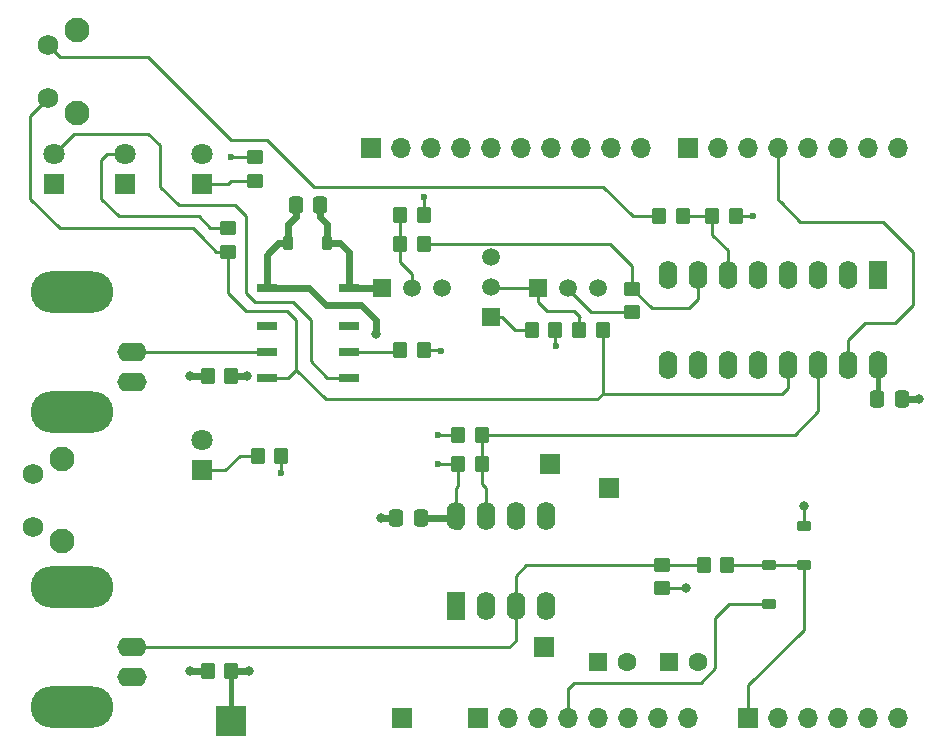
<source format=gbr>
%TF.GenerationSoftware,KiCad,Pcbnew,7.0.2*%
%TF.CreationDate,2023-10-12T23:28:15+02:00*%
%TF.ProjectId,pulse_generator_v2,70756c73-655f-4676-956e-657261746f72,rev?*%
%TF.SameCoordinates,Original*%
%TF.FileFunction,Copper,L1,Top*%
%TF.FilePolarity,Positive*%
%FSLAX46Y46*%
G04 Gerber Fmt 4.6, Leading zero omitted, Abs format (unit mm)*
G04 Created by KiCad (PCBNEW 7.0.2) date 2023-10-12 23:28:15*
%MOMM*%
%LPD*%
G01*
G04 APERTURE LIST*
G04 Aperture macros list*
%AMRoundRect*
0 Rectangle with rounded corners*
0 $1 Rounding radius*
0 $2 $3 $4 $5 $6 $7 $8 $9 X,Y pos of 4 corners*
0 Add a 4 corners polygon primitive as box body*
4,1,4,$2,$3,$4,$5,$6,$7,$8,$9,$2,$3,0*
0 Add four circle primitives for the rounded corners*
1,1,$1+$1,$2,$3*
1,1,$1+$1,$4,$5*
1,1,$1+$1,$6,$7*
1,1,$1+$1,$8,$9*
0 Add four rect primitives between the rounded corners*
20,1,$1+$1,$2,$3,$4,$5,0*
20,1,$1+$1,$4,$5,$6,$7,0*
20,1,$1+$1,$6,$7,$8,$9,0*
20,1,$1+$1,$8,$9,$2,$3,0*%
G04 Aperture macros list end*
%TA.AperFunction,SMDPad,CuDef*%
%ADD10R,2.500000X2.500000*%
%TD*%
%TA.AperFunction,SMDPad,CuDef*%
%ADD11RoundRect,0.250000X0.350000X0.450000X-0.350000X0.450000X-0.350000X-0.450000X0.350000X-0.450000X0*%
%TD*%
%TA.AperFunction,SMDPad,CuDef*%
%ADD12RoundRect,0.225000X0.375000X-0.225000X0.375000X0.225000X-0.375000X0.225000X-0.375000X-0.225000X0*%
%TD*%
%TA.AperFunction,ComponentPad*%
%ADD13R,1.700000X1.700000*%
%TD*%
%TA.AperFunction,ComponentPad*%
%ADD14C,2.100000*%
%TD*%
%TA.AperFunction,ComponentPad*%
%ADD15C,1.750000*%
%TD*%
%TA.AperFunction,ComponentPad*%
%ADD16R,1.800000X1.800000*%
%TD*%
%TA.AperFunction,ComponentPad*%
%ADD17C,1.800000*%
%TD*%
%TA.AperFunction,SMDPad,CuDef*%
%ADD18RoundRect,0.250000X-0.350000X-0.450000X0.350000X-0.450000X0.350000X0.450000X-0.350000X0.450000X0*%
%TD*%
%TA.AperFunction,ComponentPad*%
%ADD19O,2.500000X1.600000*%
%TD*%
%TA.AperFunction,ComponentPad*%
%ADD20O,7.000000X3.500000*%
%TD*%
%TA.AperFunction,SMDPad,CuDef*%
%ADD21R,1.800000X0.800000*%
%TD*%
%TA.AperFunction,SMDPad,CuDef*%
%ADD22RoundRect,0.250000X0.450000X-0.350000X0.450000X0.350000X-0.450000X0.350000X-0.450000X-0.350000X0*%
%TD*%
%TA.AperFunction,SMDPad,CuDef*%
%ADD23RoundRect,0.225000X-0.225000X-0.375000X0.225000X-0.375000X0.225000X0.375000X-0.225000X0.375000X0*%
%TD*%
%TA.AperFunction,ComponentPad*%
%ADD24R,1.600000X1.600000*%
%TD*%
%TA.AperFunction,ComponentPad*%
%ADD25C,1.600000*%
%TD*%
%TA.AperFunction,ComponentPad*%
%ADD26R,1.600000X2.400000*%
%TD*%
%TA.AperFunction,ComponentPad*%
%ADD27O,1.600000X2.400000*%
%TD*%
%TA.AperFunction,SMDPad,CuDef*%
%ADD28RoundRect,0.250000X0.337500X0.475000X-0.337500X0.475000X-0.337500X-0.475000X0.337500X-0.475000X0*%
%TD*%
%TA.AperFunction,SMDPad,CuDef*%
%ADD29RoundRect,0.250000X-0.337500X-0.475000X0.337500X-0.475000X0.337500X0.475000X-0.337500X0.475000X0*%
%TD*%
%TA.AperFunction,ComponentPad*%
%ADD30R,1.500000X1.500000*%
%TD*%
%TA.AperFunction,ComponentPad*%
%ADD31C,1.500000*%
%TD*%
%TA.AperFunction,SMDPad,CuDef*%
%ADD32RoundRect,0.250000X-0.450000X0.350000X-0.450000X-0.350000X0.450000X-0.350000X0.450000X0.350000X0*%
%TD*%
%TA.AperFunction,ComponentPad*%
%ADD33O,1.700000X1.700000*%
%TD*%
%TA.AperFunction,ViaPad*%
%ADD34C,0.600000*%
%TD*%
%TA.AperFunction,ViaPad*%
%ADD35C,0.800000*%
%TD*%
%TA.AperFunction,Conductor*%
%ADD36C,0.400000*%
%TD*%
%TA.AperFunction,Conductor*%
%ADD37C,0.250000*%
%TD*%
%TA.AperFunction,Conductor*%
%ADD38C,0.600000*%
%TD*%
G04 APERTURE END LIST*
D10*
%TO.P,TP5,1,1*%
%TO.N,GND*%
X107000000Y-97750000D03*
%TD*%
D11*
%TO.P,R14,1*%
%TO.N,Net-(U3B-2~{S})*%
X145240000Y-55000000D03*
%TO.P,R14,2*%
%TO.N,Net-(R14-Pad2)*%
X143240000Y-55000000D03*
%TD*%
D12*
%TO.P,D1,1,K*%
%TO.N,+3V3*%
X152500000Y-87850000D03*
%TO.P,D1,2,A*%
%TO.N,/A0*%
X152500000Y-84550000D03*
%TD*%
D13*
%TO.P,TP2,1,1*%
%TO.N,/A2*%
X133500000Y-91500000D03*
%TD*%
D14*
%TO.P,SW1,*%
%TO.N,*%
X92702500Y-82525000D03*
X92702500Y-75515000D03*
D15*
%TO.P,SW1,1,1*%
%TO.N,GND*%
X90212500Y-81275000D03*
%TO.P,SW1,2,2*%
%TO.N,/~{RESET}*%
X90212500Y-76775000D03*
%TD*%
D16*
%TO.P,D6,1,K*%
%TO.N,GND*%
X92000000Y-52275000D03*
D17*
%TO.P,D6,2,A*%
%TO.N,Net-(D6-A)*%
X92000000Y-49735000D03*
%TD*%
D16*
%TO.P,D3,1,K*%
%TO.N,GND*%
X98000000Y-52300000D03*
D17*
%TO.P,D3,2,A*%
%TO.N,Net-(D3-A)*%
X98000000Y-49760000D03*
%TD*%
D18*
%TO.P,R11,1*%
%TO.N,Net-(Q1-B)*%
X121300000Y-54850000D03*
%TO.P,R11,2*%
%TO.N,GND*%
X123300000Y-54850000D03*
%TD*%
%TO.P,R7,1*%
%TO.N,Net-(D4-K)*%
X109250000Y-75250000D03*
%TO.P,R7,2*%
%TO.N,GND*%
X111250000Y-75250000D03*
%TD*%
D12*
%TO.P,D2,1,K*%
%TO.N,/A0*%
X155500000Y-84500000D03*
%TO.P,D2,2,A*%
%TO.N,GND*%
X155500000Y-81200000D03*
%TD*%
D19*
%TO.P,J5,1,In*%
%TO.N,Net-(J5-In)*%
X98600000Y-91500000D03*
D20*
%TO.P,J5,2,Ext*%
%TO.N,Net-(J5-Ext)*%
X93520000Y-96580000D03*
D19*
X98600000Y-94040000D03*
D20*
X93520000Y-86420000D03*
%TD*%
D21*
%TO.P,K1,1*%
%TO.N,+3V3*%
X110000000Y-61050000D03*
%TO.P,K1,2*%
%TO.N,unconnected-(K1-Pad2)*%
X110000000Y-64250000D03*
%TO.P,K1,3*%
%TO.N,Net-(J6-In)*%
X110000000Y-66450000D03*
%TO.P,K1,4*%
%TO.N,PULSE*%
X110000000Y-68650000D03*
%TO.P,K1,5*%
%TO.N,Net-(D6-A)*%
X117000000Y-68650000D03*
%TO.P,K1,6*%
%TO.N,Net-(K1-Pad6)*%
X117000000Y-66450000D03*
%TO.P,K1,7*%
%TO.N,unconnected-(K1-Pad7)*%
X117000000Y-64250000D03*
%TO.P,K1,8*%
%TO.N,COIL-*%
X117000000Y-61050000D03*
%TD*%
D16*
%TO.P,D5,1,K*%
%TO.N,Net-(D5-K)*%
X104500000Y-52300000D03*
D17*
%TO.P,D5,2,A*%
%TO.N,+5V*%
X104500000Y-49760000D03*
%TD*%
D13*
%TO.P,TP4,1,1*%
%TO.N,/2*%
X134000000Y-76000000D03*
%TD*%
D22*
%TO.P,R4,2*%
%TO.N,Net-(D3-A)*%
X106750000Y-56000000D03*
%TO.P,R4,1*%
%TO.N,PULSE*%
X106750000Y-58000000D03*
%TD*%
%TO.P,R17,1*%
%TO.N,Net-(Q3-B)*%
X140960000Y-63110000D03*
%TO.P,R17,2*%
%TO.N,ARM*%
X140960000Y-61110000D03*
%TD*%
D11*
%TO.P,R15,1*%
%TO.N,+5V*%
X134460000Y-64610000D03*
%TO.P,R15,2*%
%TO.N,/~{RESET}*%
X132460000Y-64610000D03*
%TD*%
%TO.P,R12,1*%
%TO.N,ARM*%
X123300000Y-57350000D03*
%TO.P,R12,2*%
%TO.N,Net-(Q1-B)*%
X121300000Y-57350000D03*
%TD*%
D18*
%TO.P,R8,1*%
%TO.N,Net-(J5-Ext)*%
X105000000Y-93500000D03*
%TO.P,R8,2*%
%TO.N,GND*%
X107000000Y-93500000D03*
%TD*%
D23*
%TO.P,D7,1,K*%
%TO.N,+3V3*%
X111850000Y-57250000D03*
%TO.P,D7,2,A*%
%TO.N,COIL-*%
X115150000Y-57250000D03*
%TD*%
D24*
%TO.P,C4,1*%
%TO.N,+3V3*%
X138044888Y-92750000D03*
D25*
%TO.P,C4,2*%
%TO.N,GND*%
X140544888Y-92750000D03*
%TD*%
D18*
%TO.P,R3,1*%
%TO.N,+5V*%
X126200000Y-76000000D03*
%TO.P,R3,2*%
%TO.N,/2*%
X128200000Y-76000000D03*
%TD*%
D26*
%TO.P,U1,1,GND*%
%TO.N,GND*%
X126000000Y-88000000D03*
D27*
%TO.P,U1,2,+*%
%TO.N,/A2*%
X128540000Y-88000000D03*
%TO.P,U1,3,-*%
%TO.N,Net-(J5-In)*%
X131080000Y-88000000D03*
%TO.P,U1,4,V-*%
%TO.N,GND*%
X133620000Y-88000000D03*
%TO.P,U1,5,BAL*%
%TO.N,unconnected-(U1-BAL-Pad5)*%
X133620000Y-80380000D03*
%TO.P,U1,6,STRB*%
%TO.N,unconnected-(U1-STRB-Pad6)*%
X131080000Y-80380000D03*
%TO.P,U1,7*%
%TO.N,/2*%
X128540000Y-80380000D03*
%TO.P,U1,8,V+*%
%TO.N,+5V*%
X126000000Y-80380000D03*
%TD*%
D26*
%TO.P,U3,1*%
%TO.N,N/C*%
X161780000Y-60000000D03*
D27*
%TO.P,U3,2*%
X159240000Y-60000000D03*
%TO.P,U3,3*%
X156700000Y-60000000D03*
%TO.P,U3,4*%
X154160000Y-60000000D03*
%TO.P,U3,5,2~{R}*%
%TO.N,/~{RESET}*%
X151620000Y-60000000D03*
%TO.P,U3,6,2~{S}*%
%TO.N,Net-(U3B-2~{S})*%
X149080000Y-60000000D03*
%TO.P,U3,7,2Q*%
%TO.N,ARM*%
X146540000Y-60000000D03*
%TO.P,U3,8,GND*%
%TO.N,GND*%
X144000000Y-60000000D03*
%TO.P,U3,9*%
%TO.N,N/C*%
X144000000Y-67620000D03*
%TO.P,U3,10*%
X146540000Y-67620000D03*
%TO.P,U3,11*%
X149080000Y-67620000D03*
%TO.P,U3,12*%
X151620000Y-67620000D03*
%TO.P,U3,13,4Q*%
%TO.N,PULSE*%
X154160000Y-67620000D03*
%TO.P,U3,14,4~{R}*%
%TO.N,/2*%
X156700000Y-67620000D03*
%TO.P,U3,15,4~{S}*%
%TO.N,/4*%
X159240000Y-67620000D03*
%TO.P,U3,16,VCC*%
%TO.N,+5V*%
X161780000Y-67620000D03*
%TD*%
D16*
%TO.P,D4,1,K*%
%TO.N,Net-(D4-K)*%
X104500000Y-76500000D03*
D17*
%TO.P,D4,2,A*%
%TO.N,+5V*%
X104500000Y-73960000D03*
%TD*%
D24*
%TO.P,C2,1*%
%TO.N,+5V*%
X144044888Y-92750000D03*
D25*
%TO.P,C2,2*%
%TO.N,GND*%
X146544888Y-92750000D03*
%TD*%
D18*
%TO.P,R1,1*%
%TO.N,Net-(J5-In)*%
X147000000Y-84500000D03*
%TO.P,R1,2*%
%TO.N,/A0*%
X149000000Y-84500000D03*
%TD*%
%TO.P,R10,1*%
%TO.N,Net-(K1-Pad6)*%
X121300000Y-66350000D03*
%TO.P,R10,2*%
%TO.N,+5V*%
X123300000Y-66350000D03*
%TD*%
D13*
%TO.P,TP1,1,1*%
%TO.N,GND*%
X139000000Y-78000000D03*
%TD*%
D11*
%TO.P,R13,1*%
%TO.N,+5V*%
X149740000Y-55000000D03*
%TO.P,R13,2*%
%TO.N,Net-(U3B-2~{S})*%
X147740000Y-55000000D03*
%TD*%
D28*
%TO.P,C3,1*%
%TO.N,+5V*%
X123037500Y-80500000D03*
%TO.P,C3,2*%
%TO.N,GND*%
X120962500Y-80500000D03*
%TD*%
D18*
%TO.P,R16,1*%
%TO.N,Net-(Q2-B)*%
X136460000Y-64610000D03*
%TO.P,R16,2*%
%TO.N,PULSE*%
X138460000Y-64610000D03*
%TD*%
D13*
%TO.P,TP3,1,1*%
%TO.N,+5V*%
X121500000Y-97500000D03*
%TD*%
D29*
%TO.P,C5,1*%
%TO.N,+3V3*%
X112462500Y-54000000D03*
%TO.P,C5,2*%
%TO.N,COIL-*%
X114537500Y-54000000D03*
%TD*%
D14*
%TO.P,SW2,*%
%TO.N,*%
X93990000Y-46250000D03*
X93990000Y-39240000D03*
D15*
%TO.P,SW2,1,1*%
%TO.N,PULSE*%
X91500000Y-45000000D03*
%TO.P,SW2,2,2*%
%TO.N,Net-(R14-Pad2)*%
X91500000Y-40500000D03*
%TD*%
D18*
%TO.P,R9,1*%
%TO.N,Net-(J6-Ext)*%
X105000000Y-68500000D03*
%TO.P,R9,2*%
%TO.N,GND*%
X107000000Y-68500000D03*
%TD*%
D30*
%TO.P,Q3,1,C*%
%TO.N,Net-(Q2-B)*%
X132960000Y-61100000D03*
D31*
%TO.P,Q3,2,B*%
%TO.N,Net-(Q3-B)*%
X135500000Y-61100000D03*
%TO.P,Q3,3,E*%
%TO.N,GND*%
X138040000Y-61100000D03*
%TD*%
D11*
%TO.P,R5,1*%
%TO.N,/2*%
X128200000Y-73500000D03*
%TO.P,R5,2*%
%TO.N,GND*%
X126200000Y-73500000D03*
%TD*%
D30*
%TO.P,Q1,1,C*%
%TO.N,COIL-*%
X119760000Y-61100000D03*
D31*
%TO.P,Q1,2,B*%
%TO.N,Net-(Q1-B)*%
X122300000Y-61100000D03*
%TO.P,Q1,3,E*%
%TO.N,GND*%
X124840000Y-61100000D03*
%TD*%
D32*
%TO.P,R6,1*%
%TO.N,GND*%
X109000000Y-50000000D03*
%TO.P,R6,2*%
%TO.N,Net-(D5-K)*%
X109000000Y-52000000D03*
%TD*%
D30*
%TO.P,Q2,1,C*%
%TO.N,/~{RESET}*%
X128960000Y-63540000D03*
D31*
%TO.P,Q2,2,B*%
%TO.N,Net-(Q2-B)*%
X128960000Y-61000000D03*
%TO.P,Q2,3,E*%
%TO.N,GND*%
X128960000Y-58460000D03*
%TD*%
D32*
%TO.P,R2,1*%
%TO.N,Net-(J5-In)*%
X143500000Y-84500000D03*
%TO.P,R2,2*%
%TO.N,GND*%
X143500000Y-86500000D03*
%TD*%
D19*
%TO.P,J6,1,In*%
%TO.N,Net-(J6-In)*%
X98600000Y-66500000D03*
D20*
%TO.P,J6,2,Ext*%
%TO.N,Net-(J6-Ext)*%
X93520000Y-71580000D03*
D19*
X98600000Y-69040000D03*
D20*
X93520000Y-61420000D03*
%TD*%
D29*
%TO.P,C1,1*%
%TO.N,+5V*%
X161702500Y-70500000D03*
%TO.P,C1,2*%
%TO.N,GND*%
X163777500Y-70500000D03*
%TD*%
D33*
%TO.P,J1,8,Pin_8*%
%TO.N,VCC*%
X145720000Y-97460000D03*
%TO.P,J1,7,Pin_7*%
%TO.N,GND*%
X143180000Y-97460000D03*
%TO.P,J1,6,Pin_6*%
X140640000Y-97460000D03*
%TO.P,J1,5,Pin_5*%
%TO.N,+5V*%
X138100000Y-97460000D03*
%TO.P,J1,4,Pin_4*%
%TO.N,+3V3*%
X135560000Y-97460000D03*
%TO.P,J1,3,Pin_3*%
%TO.N,/~{RESET}*%
X133020000Y-97460000D03*
%TO.P,J1,2,Pin_2*%
%TO.N,/IOREF*%
X130480000Y-97460000D03*
D13*
%TO.P,J1,1,Pin_1*%
%TO.N,unconnected-(J1-Pin_1-Pad1)*%
X127940000Y-97460000D03*
%TD*%
%TO.P,J3,1,Pin_1*%
%TO.N,/A0*%
X150800000Y-97460000D03*
D33*
%TO.P,J3,2,Pin_2*%
%TO.N,/A1*%
X153340000Y-97460000D03*
%TO.P,J3,3,Pin_3*%
%TO.N,/A2*%
X155880000Y-97460000D03*
%TO.P,J3,4,Pin_4*%
%TO.N,/A3*%
X158420000Y-97460000D03*
%TO.P,J3,5,Pin_5*%
%TO.N,unconnected-(J3-Pin_5-Pad5)*%
X160960000Y-97460000D03*
%TO.P,J3,6,Pin_6*%
%TO.N,unconnected-(J3-Pin_6-Pad6)*%
X163500000Y-97460000D03*
%TD*%
D13*
%TO.P,J2,1,Pin_1*%
%TO.N,unconnected-(J2-Pin_1-Pad1)*%
X118800000Y-49200000D03*
D33*
%TO.P,J2,2,Pin_2*%
%TO.N,unconnected-(J2-Pin_2-Pad2)*%
X121340000Y-49200000D03*
%TO.P,J2,3,Pin_3*%
%TO.N,/AREF*%
X123880000Y-49200000D03*
%TO.P,J2,4,Pin_4*%
%TO.N,GND*%
X126420000Y-49200000D03*
%TO.P,J2,5,Pin_5*%
%TO.N,/13*%
X128960000Y-49200000D03*
%TO.P,J2,6,Pin_6*%
%TO.N,/12*%
X131500000Y-49200000D03*
%TO.P,J2,7,Pin_7*%
%TO.N,/\u002A11*%
X134040000Y-49200000D03*
%TO.P,J2,8,Pin_8*%
%TO.N,/\u002A10*%
X136580000Y-49200000D03*
%TO.P,J2,9,Pin_9*%
%TO.N,/\u002A9*%
X139120000Y-49200000D03*
%TO.P,J2,10,Pin_10*%
%TO.N,/8*%
X141660000Y-49200000D03*
%TD*%
D13*
%TO.P,J4,1,Pin_1*%
%TO.N,/7*%
X145700000Y-49200000D03*
D33*
%TO.P,J4,2,Pin_2*%
%TO.N,/\u002A6*%
X148240000Y-49200000D03*
%TO.P,J4,3,Pin_3*%
%TO.N,/\u002A5*%
X150780000Y-49200000D03*
%TO.P,J4,4,Pin_4*%
%TO.N,/4*%
X153320000Y-49200000D03*
%TO.P,J4,5,Pin_5*%
%TO.N,/\u002A3*%
X155860000Y-49200000D03*
%TO.P,J4,6,Pin_6*%
%TO.N,/2*%
X158400000Y-49200000D03*
%TO.P,J4,7,Pin_7*%
%TO.N,/TX{slash}1*%
X160940000Y-49200000D03*
%TO.P,J4,8,Pin_8*%
%TO.N,/RX{slash}0*%
X163480000Y-49200000D03*
%TD*%
D34*
%TO.N,GND*%
X124500000Y-73500000D03*
X111250000Y-76750000D03*
X123300000Y-53350000D03*
D35*
X108500000Y-93500000D03*
X119715000Y-80500000D03*
X155500000Y-79500000D03*
D34*
X107000000Y-50000000D03*
D35*
X145500000Y-86500000D03*
X108300498Y-68500000D03*
X165240000Y-70500000D03*
D34*
%TO.N,+5V*%
X134500000Y-66000000D03*
X151200000Y-55000000D03*
X124800000Y-66400000D03*
X124500000Y-76000000D03*
D35*
%TO.N,+3V3*%
X119250000Y-65000000D03*
%TO.N,Net-(J5-Ext)*%
X103500000Y-93500000D03*
%TO.N,Net-(J6-Ext)*%
X103500000Y-68500000D03*
%TD*%
D36*
%TO.N,GND*%
X107000000Y-97250000D02*
X107000000Y-93500000D01*
D37*
%TO.N,Net-(K1-Pad6)*%
X121200000Y-66450000D02*
X121300000Y-66350000D01*
X117000000Y-66450000D02*
X121200000Y-66450000D01*
D38*
%TO.N,+5V*%
X123037500Y-80500000D02*
X125880000Y-80500000D01*
X125880000Y-80500000D02*
X126000000Y-80380000D01*
D37*
%TO.N,Net-(D6-A)*%
X113750000Y-67250000D02*
X115150000Y-68650000D01*
X113750000Y-63750000D02*
X113750000Y-67250000D01*
X112250000Y-62250000D02*
X113750000Y-63750000D01*
X109000000Y-62250000D02*
X112250000Y-62250000D01*
X108250000Y-61500000D02*
X109000000Y-62250000D01*
X108250000Y-55000000D02*
X108250000Y-61500000D01*
X107300000Y-54050000D02*
X108250000Y-55000000D01*
X102550000Y-54050000D02*
X107300000Y-54050000D01*
X101000000Y-49000000D02*
X101000000Y-52500000D01*
X100000000Y-48000000D02*
X101000000Y-49000000D01*
X93735000Y-48000000D02*
X100000000Y-48000000D01*
X101000000Y-52500000D02*
X102550000Y-54050000D01*
X92000000Y-49735000D02*
X93735000Y-48000000D01*
X115150000Y-68650000D02*
X117000000Y-68650000D01*
%TO.N,PULSE*%
X106750000Y-58000000D02*
X106750000Y-61500000D01*
X108250000Y-63000000D02*
X111750000Y-63000000D01*
X112500000Y-63750000D02*
X112500000Y-68000000D01*
X106750000Y-61500000D02*
X108250000Y-63000000D01*
X111750000Y-63000000D02*
X112500000Y-63750000D01*
X104500000Y-56750000D02*
X105750000Y-58000000D01*
X105750000Y-58000000D02*
X106750000Y-58000000D01*
%TO.N,Net-(D3-A)*%
X105250000Y-56000000D02*
X106750000Y-56000000D01*
X103750000Y-55000000D02*
X104250000Y-55000000D01*
X104250000Y-55000000D02*
X105250000Y-56000000D01*
X103750000Y-55000000D02*
X97500000Y-55000000D01*
%TO.N,PULSE*%
X103750000Y-56000000D02*
X104500000Y-56750000D01*
%TO.N,Net-(D3-A)*%
X96500000Y-49760000D02*
X98000000Y-49760000D01*
X97500000Y-55000000D02*
X96000000Y-53500000D01*
X96000000Y-53500000D02*
X96000000Y-50260000D01*
X96000000Y-50260000D02*
X96500000Y-49760000D01*
%TO.N,PULSE*%
X92500000Y-56000000D02*
X103750000Y-56000000D01*
X90000000Y-53500000D02*
X92500000Y-56000000D01*
X90000000Y-46500000D02*
X90000000Y-53500000D01*
X91500000Y-45000000D02*
X90000000Y-46500000D01*
%TO.N,GND*%
X143500000Y-86500000D02*
X145500000Y-86500000D01*
D38*
X120992500Y-80500000D02*
X119715000Y-80500000D01*
D37*
X155500000Y-81200000D02*
X155500000Y-79500000D01*
X111250000Y-75250000D02*
X111250000Y-76750000D01*
D38*
X107000000Y-68500000D02*
X108300498Y-68500000D01*
D37*
X126200000Y-73500000D02*
X124500000Y-73500000D01*
D38*
X163777500Y-70500000D02*
X165240000Y-70500000D01*
D37*
X123300000Y-54850000D02*
X123300000Y-53350000D01*
D38*
X107000000Y-93500000D02*
X108500000Y-93500000D01*
D37*
X109000000Y-50000000D02*
X107000000Y-50000000D01*
D38*
%TO.N,+5V*%
X125915000Y-80780000D02*
X126325000Y-81190000D01*
D37*
X123300000Y-66350000D02*
X124750000Y-66350000D01*
D38*
X126185000Y-81000000D02*
X126200000Y-80985000D01*
D37*
X149740000Y-55000000D02*
X151200000Y-55000000D01*
X126325000Y-81190000D02*
X126000000Y-80865000D01*
X124750000Y-66350000D02*
X124800000Y-66400000D01*
D36*
X161780000Y-70422500D02*
X161702500Y-70500000D01*
D37*
X126000000Y-78000000D02*
X126000000Y-80380000D01*
D36*
X161780000Y-67620000D02*
X161780000Y-70422500D01*
D37*
X134460000Y-65960000D02*
X134500000Y-66000000D01*
X126200000Y-77800000D02*
X126000000Y-78000000D01*
D38*
X125995000Y-80780000D02*
X126200000Y-80985000D01*
D37*
X126200000Y-76000000D02*
X124500000Y-76000000D01*
X134460000Y-64610000D02*
X134460000Y-65960000D01*
X126200000Y-76000000D02*
X126200000Y-77800000D01*
%TO.N,/A0*%
X149000000Y-84500000D02*
X149050000Y-84550000D01*
X150800000Y-94700000D02*
X150800000Y-97460000D01*
X155450000Y-84550000D02*
X155500000Y-84500000D01*
X152500000Y-84550000D02*
X155450000Y-84550000D01*
X155500000Y-84500000D02*
X155500000Y-90000000D01*
X155500000Y-90000000D02*
X150800000Y-94700000D01*
X149050000Y-84550000D02*
X152500000Y-84550000D01*
%TO.N,/4*%
X159240000Y-67620000D02*
X159240000Y-65540000D01*
X162200000Y-55500000D02*
X155200000Y-55500000D01*
X160700000Y-64000000D02*
X163200000Y-64000000D01*
X164700000Y-58000000D02*
X162200000Y-55500000D01*
X163200000Y-64000000D02*
X164700000Y-62500000D01*
X155200000Y-55500000D02*
X153520000Y-53820000D01*
X153320000Y-49200000D02*
X153320000Y-53620000D01*
X159240000Y-65540000D02*
X159200000Y-65500000D01*
X164700000Y-62500000D02*
X164700000Y-58000000D01*
X153320000Y-53620000D02*
X153520000Y-53820000D01*
X159200000Y-65500000D02*
X160700000Y-64000000D01*
%TO.N,/2*%
X128200000Y-73500000D02*
X154700000Y-73500000D01*
X128200000Y-76000000D02*
X128200000Y-73500000D01*
X128200000Y-76000000D02*
X128200000Y-77660000D01*
X128540000Y-78000000D02*
X128540000Y-80380000D01*
X154700000Y-73500000D02*
X156700000Y-71500000D01*
X128200000Y-77660000D02*
X128540000Y-78000000D01*
X156700000Y-71500000D02*
X156700000Y-67620000D01*
D38*
%TO.N,+3V3*%
X111850000Y-57250000D02*
X111850000Y-56350000D01*
X112462500Y-55037500D02*
X112462500Y-54000000D01*
D37*
X149150000Y-87850000D02*
X148000000Y-89000000D01*
D38*
X118000000Y-62500000D02*
X119250000Y-63750000D01*
X111850000Y-55650000D02*
X112462500Y-55037500D01*
X115000000Y-62500000D02*
X118000000Y-62500000D01*
D37*
X148000000Y-89000000D02*
X148000000Y-93250000D01*
D38*
X111850000Y-56350000D02*
X111850000Y-55650000D01*
X110000000Y-59250000D02*
X110000000Y-61050000D01*
X119250000Y-63750000D02*
X119250000Y-65000000D01*
X111000000Y-57250000D02*
X111850000Y-57250000D01*
D37*
X148000000Y-93250000D02*
X146750000Y-94500000D01*
D38*
X110000000Y-59250000D02*
X110000000Y-58250000D01*
X113550000Y-61050000D02*
X115000000Y-62500000D01*
D37*
X146750000Y-94500000D02*
X136000000Y-94500000D01*
D38*
X110000000Y-58250000D02*
X111000000Y-57250000D01*
D37*
X136000000Y-94500000D02*
X135580000Y-94920000D01*
X135560000Y-94920000D02*
X135560000Y-97460000D01*
X135580000Y-94920000D02*
X135560000Y-94920000D01*
D38*
X110000000Y-61050000D02*
X113550000Y-61050000D01*
D37*
X152500000Y-87850000D02*
X149150000Y-87850000D01*
%TO.N,/~{RESET}*%
X128960000Y-63540000D02*
X129930000Y-63540000D01*
X129930000Y-63540000D02*
X131000000Y-64610000D01*
X131000000Y-64610000D02*
X132460000Y-64610000D01*
%TO.N,Net-(J5-In)*%
X131080000Y-85420000D02*
X132000000Y-84500000D01*
X131080000Y-90920000D02*
X130500000Y-91500000D01*
X131080000Y-88000000D02*
X131080000Y-85420000D01*
X143500000Y-84500000D02*
X147000000Y-84500000D01*
X130500000Y-91500000D02*
X98800000Y-91500000D01*
X131080000Y-88000000D02*
X131080000Y-90920000D01*
X132000000Y-84500000D02*
X143500000Y-84500000D01*
%TO.N,Net-(J6-In)*%
X98850000Y-66450000D02*
X98800000Y-66500000D01*
X110000000Y-66450000D02*
X98850000Y-66450000D01*
%TO.N,Net-(D4-K)*%
X109250000Y-75250000D02*
X107750000Y-75250000D01*
X107750000Y-75250000D02*
X106500000Y-76500000D01*
X106500000Y-76500000D02*
X104500000Y-76500000D01*
%TO.N,Net-(D5-K)*%
X109000000Y-52000000D02*
X107000000Y-52000000D01*
X106725000Y-52275000D02*
X104500000Y-52275000D01*
X107000000Y-52000000D02*
X106725000Y-52275000D01*
D38*
%TO.N,Net-(J5-Ext)*%
X105000000Y-93500000D02*
X103500000Y-93500000D01*
%TO.N,Net-(J6-Ext)*%
X105000000Y-68500000D02*
X103500000Y-68500000D01*
%TO.N,COIL-*%
X115150000Y-57250000D02*
X115150000Y-56350000D01*
X117000000Y-58000000D02*
X116250000Y-57250000D01*
X115150000Y-55650000D02*
X114537500Y-55037500D01*
X117000000Y-59250000D02*
X117000000Y-61050000D01*
X115150000Y-56350000D02*
X115150000Y-55650000D01*
X117000000Y-59250000D02*
X117000000Y-58000000D01*
X117000000Y-61050000D02*
X119710000Y-61050000D01*
X119710000Y-61050000D02*
X119760000Y-61100000D01*
X114537500Y-55037500D02*
X114537500Y-54000000D01*
X116250000Y-57250000D02*
X115150000Y-57250000D01*
D37*
%TO.N,PULSE*%
X112500000Y-68000000D02*
X111850000Y-68650000D01*
X112500000Y-68000000D02*
X115000000Y-70500000D01*
X111850000Y-68650000D02*
X110000000Y-68650000D01*
X138500000Y-70000000D02*
X153620000Y-70000000D01*
X153620000Y-70000000D02*
X154120000Y-69500000D01*
X138460000Y-69960000D02*
X138500000Y-70000000D01*
X154120000Y-69500000D02*
X154120000Y-67120000D01*
X138460000Y-64610000D02*
X138460000Y-69960000D01*
X115000000Y-70500000D02*
X138000000Y-70500000D01*
X138000000Y-70500000D02*
X138500000Y-70000000D01*
%TO.N,Net-(Q1-B)*%
X121300000Y-58850000D02*
X122300000Y-59850000D01*
X122300000Y-59850000D02*
X122300000Y-61100000D01*
X121300000Y-57350000D02*
X121300000Y-54850000D01*
X121300000Y-57350000D02*
X121300000Y-58850000D01*
%TO.N,Net-(Q2-B)*%
X132960000Y-62210000D02*
X132960000Y-61100000D01*
X133750000Y-63000000D02*
X132960000Y-62210000D01*
X136000000Y-63000000D02*
X133750000Y-63000000D01*
X132960000Y-61100000D02*
X129060000Y-61100000D01*
X129060000Y-61100000D02*
X128960000Y-61000000D01*
X136460000Y-63540000D02*
X136500000Y-63500000D01*
X136500000Y-63500000D02*
X136000000Y-63000000D01*
X136460000Y-64610000D02*
X136460000Y-63540000D01*
%TO.N,Net-(Q3-B)*%
X140960000Y-63110000D02*
X137500000Y-63110000D01*
X137500000Y-63110000D02*
X135500000Y-61110000D01*
%TO.N,ARM*%
X146540000Y-61960000D02*
X145750000Y-62750000D01*
X145750000Y-62750000D02*
X142600000Y-62750000D01*
X140960000Y-61110000D02*
X140960000Y-59210000D01*
X123300000Y-57350000D02*
X139100000Y-57350000D01*
X140960000Y-59210000D02*
X139100000Y-57350000D01*
X142600000Y-62750000D02*
X140960000Y-61110000D01*
X146540000Y-60000000D02*
X146540000Y-61960000D01*
%TO.N,Net-(U3B-2~{S})*%
X149080000Y-60000000D02*
X149080000Y-57880000D01*
X147740000Y-56540000D02*
X147740000Y-55000000D01*
X149080000Y-57880000D02*
X147740000Y-56540000D01*
X145240000Y-55000000D02*
X147740000Y-55000000D01*
%TO.N,Net-(R14-Pad2)*%
X107000000Y-48500000D02*
X100000000Y-41500000D01*
X110000000Y-48500000D02*
X107000000Y-48500000D01*
X138500000Y-52500000D02*
X114000000Y-52500000D01*
X92500000Y-41500000D02*
X93250000Y-41500000D01*
X100000000Y-41500000D02*
X94750000Y-41500000D01*
X143240000Y-55000000D02*
X141000000Y-55000000D01*
X94750000Y-41500000D02*
X93250000Y-41500000D01*
X141000000Y-55000000D02*
X138500000Y-52500000D01*
X91500000Y-40500000D02*
X92500000Y-41500000D01*
X114000000Y-52500000D02*
X110000000Y-48500000D01*
%TD*%
M02*

</source>
